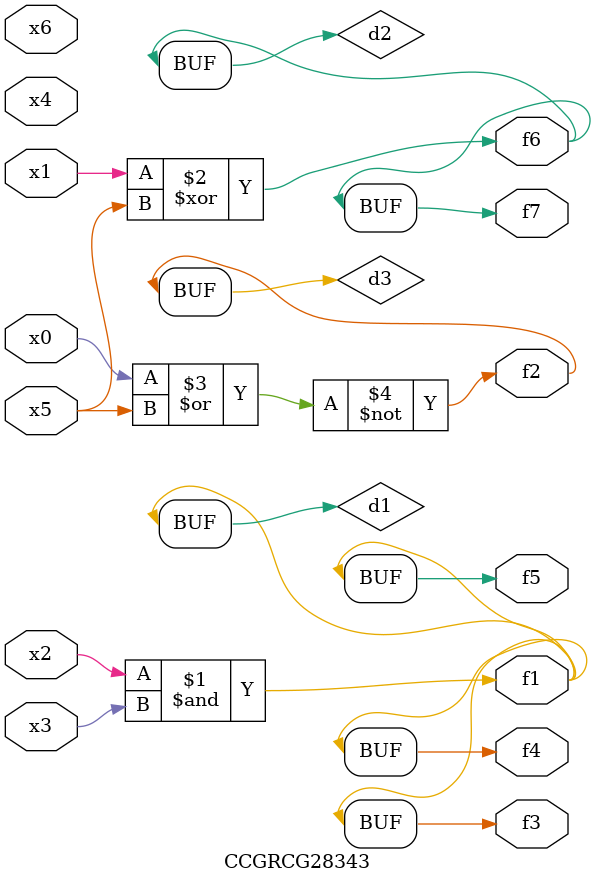
<source format=v>
module CCGRCG28343(
	input x0, x1, x2, x3, x4, x5, x6,
	output f1, f2, f3, f4, f5, f6, f7
);

	wire d1, d2, d3;

	and (d1, x2, x3);
	xor (d2, x1, x5);
	nor (d3, x0, x5);
	assign f1 = d1;
	assign f2 = d3;
	assign f3 = d1;
	assign f4 = d1;
	assign f5 = d1;
	assign f6 = d2;
	assign f7 = d2;
endmodule

</source>
